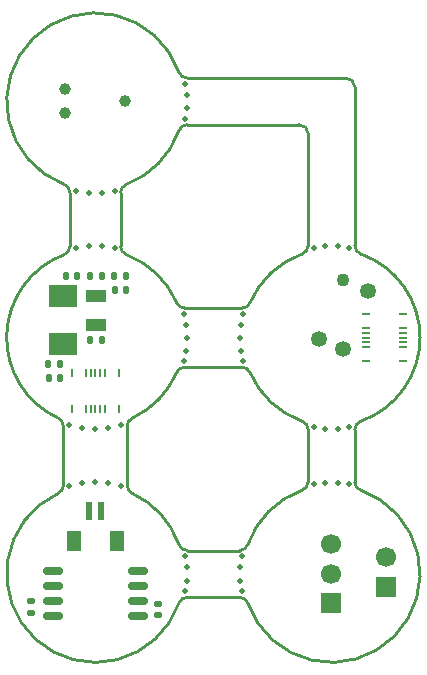
<source format=gbr>
%TF.GenerationSoftware,KiCad,Pcbnew,9.0.1*%
%TF.CreationDate,2025-04-11T17:48:53-04:00*%
%TF.ProjectId,IngestibleCapsule-Board_v2,496e6765-7374-4696-926c-654361707375,rev?*%
%TF.SameCoordinates,Original*%
%TF.FileFunction,Soldermask,Bot*%
%TF.FilePolarity,Negative*%
%FSLAX46Y46*%
G04 Gerber Fmt 4.6, Leading zero omitted, Abs format (unit mm)*
G04 Created by KiCad (PCBNEW 9.0.1) date 2025-04-11 17:48:53*
%MOMM*%
%LPD*%
G01*
G04 APERTURE LIST*
G04 Aperture macros list*
%AMRoundRect*
0 Rectangle with rounded corners*
0 $1 Rounding radius*
0 $2 $3 $4 $5 $6 $7 $8 $9 X,Y pos of 4 corners*
0 Add a 4 corners polygon primitive as box body*
4,1,4,$2,$3,$4,$5,$6,$7,$8,$9,$2,$3,0*
0 Add four circle primitives for the rounded corners*
1,1,$1+$1,$2,$3*
1,1,$1+$1,$4,$5*
1,1,$1+$1,$6,$7*
1,1,$1+$1,$8,$9*
0 Add four rect primitives between the rounded corners*
20,1,$1+$1,$2,$3,$4,$5,0*
20,1,$1+$1,$4,$5,$6,$7,0*
20,1,$1+$1,$6,$7,$8,$9,0*
20,1,$1+$1,$8,$9,$2,$3,0*%
G04 Aperture macros list end*
%ADD10C,0.500000*%
%ADD11R,1.700000X1.700000*%
%ADD12C,1.700000*%
%ADD13C,0.990600*%
%ADD14C,1.350000*%
%ADD15C,1.100000*%
%ADD16R,0.600000X1.550000*%
%ADD17R,1.200000X1.800000*%
%ADD18R,2.400000X1.900000*%
%ADD19RoundRect,0.135000X0.135000X0.185000X-0.135000X0.185000X-0.135000X-0.185000X0.135000X-0.185000X0*%
%ADD20R,0.700000X0.200000*%
%ADD21RoundRect,0.135000X-0.185000X0.135000X-0.185000X-0.135000X0.185000X-0.135000X0.185000X0.135000X0*%
%ADD22RoundRect,0.140000X0.170000X-0.140000X0.170000X0.140000X-0.170000X0.140000X-0.170000X-0.140000X0*%
%ADD23RoundRect,0.140000X0.140000X0.170000X-0.140000X0.170000X-0.140000X-0.170000X0.140000X-0.170000X0*%
%ADD24RoundRect,0.140000X-0.140000X-0.170000X0.140000X-0.170000X0.140000X0.170000X-0.140000X0.170000X0*%
%ADD25R,1.800000X1.000000*%
%ADD26RoundRect,0.162500X-0.650000X-0.162500X0.650000X-0.162500X0.650000X0.162500X-0.650000X0.162500X0*%
%ADD27R,0.200000X0.700000*%
%TA.AperFunction,Profile*%
%ADD28C,0.250000*%
%TD*%
G04 APERTURE END LIST*
D10*
%TO.C,i2c_2_2*%
X102512510Y-98000000D03*
X102328462Y-98900000D03*
X102250000Y-100000000D03*
X102328462Y-101100000D03*
X102512510Y-102000000D03*
%TD*%
%TO.C,i2c_2_2*%
X97487490Y-102000000D03*
X97671538Y-101100000D03*
X97750000Y-100000000D03*
X97671538Y-98900000D03*
X97487490Y-98000000D03*
%TD*%
%TO.C,spi_4_2*%
X87800000Y-107431184D03*
X88900000Y-107671538D03*
X90000000Y-107750000D03*
X91100000Y-107671538D03*
X92200000Y-107431184D03*
%TD*%
D11*
%TO.C,J8*%
X114595000Y-121110000D03*
D12*
X114595000Y-118570000D03*
%TD*%
D10*
%TO.C,prog_3_2*%
X91650000Y-92427682D03*
X90550000Y-92269541D03*
X89450000Y-92269541D03*
X88350000Y-92427682D03*
%TD*%
%TO.C,pwr_4_2*%
X111475000Y-92391658D03*
X110575000Y-92271360D03*
X109425000Y-92271360D03*
X108525000Y-92391658D03*
%TD*%
D11*
%TO.C,J7*%
X110000000Y-122500000D03*
D12*
X110000000Y-120000000D03*
X110000000Y-117500000D03*
%TD*%
D10*
%TO.C,pwr_4_2*%
X108525000Y-107608342D03*
X109425000Y-107728640D03*
X110575000Y-107728640D03*
X111475000Y-107608342D03*
%TD*%
%TO.C,spi_4_2*%
X92200000Y-112568816D03*
X91100000Y-112328462D03*
X90000000Y-112250000D03*
X88900000Y-112328462D03*
X87800000Y-112568816D03*
%TD*%
%TO.C,pwr_4_2*%
X97608342Y-81475000D03*
X97728640Y-80575000D03*
X97728640Y-79425000D03*
X97608342Y-78525000D03*
%TD*%
%TO.C,pwr_4_2*%
X97608342Y-121475000D03*
X97728640Y-120575000D03*
X97728640Y-119425000D03*
X97608342Y-118525000D03*
%TD*%
%TO.C,pwr_4_2*%
X111475000Y-112391658D03*
X110575000Y-112271360D03*
X109425000Y-112271360D03*
X108525000Y-112391658D03*
%TD*%
%TO.C,pwr_4_2*%
X102391658Y-118525000D03*
X102271360Y-119425000D03*
X102271360Y-120575000D03*
X102391658Y-121475000D03*
%TD*%
%TO.C,prog_3_2*%
X88350000Y-87572318D03*
X89450000Y-87730459D03*
X90550000Y-87730459D03*
X91650000Y-87572318D03*
%TD*%
D13*
%TO.C,J5*%
X92540000Y-80000000D03*
X87460000Y-81016000D03*
X87460000Y-78984000D03*
%TD*%
D14*
%TO.C,U2*%
X111000000Y-101000000D03*
X113065000Y-96015000D03*
D15*
X111000000Y-95160000D03*
D14*
X108935000Y-100145000D03*
%TD*%
D16*
%TO.C,J6*%
X90500000Y-114663000D03*
X89500000Y-114663000D03*
D17*
X91800000Y-117188000D03*
X88200000Y-117188000D03*
%TD*%
D18*
%TO.C,Y1*%
X87250000Y-100550000D03*
X87250000Y-96450000D03*
%TD*%
D19*
%TO.C,R3*%
X87050000Y-102250000D03*
X86030000Y-102250000D03*
%TD*%
D20*
%TO.C,J2*%
X112960000Y-102000000D03*
X116040000Y-102000000D03*
X112960000Y-98000000D03*
X116040000Y-98000000D03*
X112960000Y-100800000D03*
X116040000Y-100800000D03*
X112960000Y-100400000D03*
X116040000Y-100400000D03*
X112960000Y-100000000D03*
X116040000Y-100000000D03*
X112960000Y-99600000D03*
X116040000Y-99600000D03*
X112960000Y-99200000D03*
X116040000Y-99200000D03*
%TD*%
D19*
%TO.C,R1*%
X92620000Y-94800000D03*
X91600000Y-94800000D03*
%TD*%
D21*
%TO.C,R8*%
X84600000Y-122290000D03*
X84600000Y-123310000D03*
%TD*%
D22*
%TO.C,C15*%
X95300000Y-123480000D03*
X95300000Y-122520000D03*
%TD*%
D23*
%TO.C,C2*%
X92610000Y-95950000D03*
X91650000Y-95950000D03*
%TD*%
%TO.C,C9*%
X88480000Y-94800000D03*
X87520000Y-94800000D03*
%TD*%
D24*
%TO.C,C12*%
X89570000Y-100200000D03*
X90530000Y-100200000D03*
%TD*%
D25*
%TO.C,Y2*%
X90080000Y-98970000D03*
X90080000Y-96470000D03*
%TD*%
D26*
%TO.C,U4*%
X86412500Y-123600000D03*
X86412500Y-122330000D03*
X86412500Y-121060000D03*
X86412500Y-119790000D03*
X93587500Y-119790000D03*
X93587500Y-121060000D03*
X93587500Y-122330000D03*
X93587500Y-123600000D03*
%TD*%
D24*
%TO.C,C10*%
X86070000Y-103400000D03*
X87030000Y-103400000D03*
%TD*%
%TO.C,C11*%
X89570000Y-94800000D03*
X90530000Y-94800000D03*
%TD*%
D27*
%TO.C,J3*%
X92000000Y-106040000D03*
X92000000Y-102960000D03*
X88000000Y-106040000D03*
X88000000Y-102960000D03*
X90800000Y-106040000D03*
X90800000Y-102960000D03*
X90400000Y-106040000D03*
X90400000Y-102960000D03*
X90000000Y-106040000D03*
X90000000Y-102960000D03*
X89600000Y-106040000D03*
X89600000Y-102960000D03*
X89200000Y-106040000D03*
X89200000Y-102960000D03*
%TD*%
D28*
X87363636Y-87021366D02*
G75*
G02*
X97079062Y-77522727I2636364J7021366D01*
G01*
X111975000Y-107787000D02*
X111975000Y-112213032D01*
X108025000Y-112213000D02*
G75*
G02*
X107522717Y-112920910I-750000J0D01*
G01*
X97079062Y-122477273D02*
G75*
G02*
X86863636Y-113187275I-7079062J2477273D01*
G01*
X92636364Y-92978634D02*
G75*
G02*
X92150003Y-92276500I263636J702134D01*
G01*
X112477273Y-92920938D02*
G75*
G02*
X111975064Y-92213032I247727J707838D01*
G01*
X107522727Y-107079062D02*
G75*
G02*
X108024936Y-107786968I-247727J-707838D01*
G01*
X97582900Y-97500000D02*
G75*
G02*
X96893544Y-97045446I0J750000D01*
G01*
X112477273Y-112920938D02*
G75*
G02*
X111975064Y-112213032I247727J707838D01*
G01*
X97582875Y-102500000D02*
X102417100Y-102500000D01*
X102920938Y-117522727D02*
G75*
G02*
X107522727Y-112920938I7079062J-2477273D01*
G01*
X112477273Y-112920938D02*
G75*
G02*
X102920938Y-122477273I-2477273J-7079062D01*
G01*
X103106477Y-97045455D02*
G75*
G02*
X107522727Y-92920938I6893523J-2954545D01*
G01*
X97787000Y-118025000D02*
X102213032Y-118025000D01*
X108025000Y-92213000D02*
G75*
G02*
X107522717Y-92920910I-750000J0D01*
G01*
X96893523Y-102954545D02*
G75*
G02*
X93136364Y-106812725I-6893523J2954545D01*
G01*
X92700000Y-107494000D02*
G75*
G02*
X93136365Y-106812727I750000J0D01*
G01*
X93136364Y-113187275D02*
G75*
G02*
X92699998Y-112506000I313636J681275D01*
G01*
X92700000Y-107494000D02*
X92700000Y-112506000D01*
X103106477Y-97045455D02*
G75*
G02*
X102417125Y-97499931I-689277J295455D01*
G01*
X97786968Y-121975000D02*
X102213000Y-121975000D01*
X97787000Y-118025000D02*
G75*
G02*
X97079090Y-117522717I0J750000D01*
G01*
X97079062Y-82477273D02*
G75*
G02*
X92636364Y-87021366I-7079062J2477273D01*
G01*
X111975000Y-92213032D02*
X111975000Y-78775000D01*
X97786968Y-81975000D02*
X107275000Y-81975000D01*
X93136364Y-113187275D02*
G75*
G02*
X97079062Y-117522727I-3136364J-6812725D01*
G01*
X92150000Y-87723500D02*
G75*
G02*
X92636363Y-87021364I750000J0D01*
G01*
X86863636Y-106812725D02*
G75*
G02*
X87363636Y-92978634I3136364J6812725D01*
G01*
X87850000Y-87723500D02*
X87850000Y-92276500D01*
X97787000Y-78025000D02*
X111225000Y-78025000D01*
X97582900Y-97500000D02*
X102417125Y-97500000D01*
X97787000Y-78025000D02*
G75*
G02*
X97079090Y-77522717I0J750000D01*
G01*
X102213000Y-121975000D02*
G75*
G02*
X102920910Y-122477283I0J-750000D01*
G01*
X112477273Y-92920938D02*
G75*
G02*
X112477273Y-107079062I-2477273J-7079062D01*
G01*
X87300000Y-107494000D02*
X87300000Y-112506000D01*
X107522727Y-107079062D02*
G75*
G02*
X103106477Y-102954545I2477273J7079062D01*
G01*
X111225000Y-78025000D02*
G75*
G02*
X111975000Y-78775000I0J-750000D01*
G01*
X107275000Y-81975000D02*
G75*
G02*
X108025000Y-82725000I0J-750000D01*
G01*
X92636364Y-92978634D02*
G75*
G02*
X96893523Y-97045455I-2636364J-7021366D01*
G01*
X97079062Y-82477273D02*
G75*
G02*
X97786968Y-81975064I707838J-247727D01*
G01*
X111975000Y-107787000D02*
G75*
G02*
X112477283Y-107079090I750000J0D01*
G01*
X108025000Y-92213000D02*
X108025000Y-82725000D01*
X87300000Y-112506000D02*
G75*
G02*
X86863635Y-113187273I-750000J0D01*
G01*
X102417100Y-102500000D02*
G75*
G02*
X103106456Y-102954554I0J-750000D01*
G01*
X87363636Y-87021366D02*
G75*
G02*
X87849997Y-87723500I-263636J-702134D01*
G01*
X96893523Y-102954545D02*
G75*
G02*
X97582875Y-102500069I689277J-295455D01*
G01*
X97079062Y-122477273D02*
G75*
G02*
X97786968Y-121975064I707838J-247727D01*
G01*
X108025000Y-107786968D02*
X108025000Y-112213000D01*
X86863636Y-106812725D02*
G75*
G02*
X87300002Y-107494000I-313636J-681275D01*
G01*
X102920938Y-117522727D02*
G75*
G02*
X102213032Y-118024936I-707838J247727D01*
G01*
X87850000Y-92276500D02*
G75*
G02*
X87363637Y-92978636I-750000J0D01*
G01*
X92150000Y-87723500D02*
X92150000Y-92276500D01*
M02*

</source>
